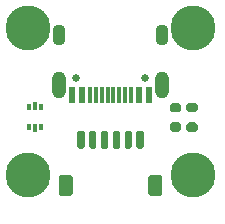
<source format=gbr>
%TF.GenerationSoftware,KiCad,Pcbnew,(5.1.10)-1*%
%TF.CreationDate,2021-06-03T16:35:32+08:00*%
%TF.ProjectId,u1,75312e6b-6963-4616-945f-706362585858,rev?*%
%TF.SameCoordinates,Original*%
%TF.FileFunction,Soldermask,Top*%
%TF.FilePolarity,Negative*%
%FSLAX46Y46*%
G04 Gerber Fmt 4.6, Leading zero omitted, Abs format (unit mm)*
G04 Created by KiCad (PCBNEW (5.1.10)-1) date 2021-06-03 16:35:32*
%MOMM*%
%LPD*%
G01*
G04 APERTURE LIST*
%ADD10R,0.600000X1.450000*%
%ADD11R,0.300000X1.450000*%
%ADD12O,1.200000X2.300000*%
%ADD13C,0.650000*%
%ADD14O,1.100000X1.800000*%
%ADD15C,3.800000*%
%ADD16R,0.375000X0.500000*%
%ADD17R,0.300000X0.650000*%
G04 APERTURE END LIST*
D10*
%TO.C,J1*%
X105750000Y-97745000D03*
X106550000Y-97745000D03*
X111450000Y-97745000D03*
X112250000Y-97745000D03*
X112250000Y-97745000D03*
X111450000Y-97745000D03*
X106550000Y-97745000D03*
X105750000Y-97745000D03*
D11*
X110750000Y-97745000D03*
X110250000Y-97745000D03*
X109750000Y-97745000D03*
X108750000Y-97745000D03*
X108250000Y-97745000D03*
X107750000Y-97745000D03*
X107250000Y-97745000D03*
X109250000Y-97745000D03*
D12*
X104680000Y-96830000D03*
X113320000Y-96830000D03*
D13*
X111890000Y-96300000D03*
D14*
X113320000Y-92650000D03*
D13*
X106110000Y-96300000D03*
D14*
X104680000Y-92650000D03*
%TD*%
D15*
%TO.C,REF\u002A\u002A*%
X116000000Y-104500000D03*
%TD*%
%TO.C,REF\u002A\u002A*%
X102000000Y-104500000D03*
%TD*%
%TO.C,REF\u002A\u002A*%
X116000000Y-92000000D03*
%TD*%
%TO.C,REF\u002A\u002A*%
X102000000Y-92000000D03*
%TD*%
%TO.C,J2*%
G36*
G01*
X106200000Y-102125000D02*
X106200000Y-100875000D01*
G75*
G02*
X106350000Y-100725000I150000J0D01*
G01*
X106650000Y-100725000D01*
G75*
G02*
X106800000Y-100875000I0J-150000D01*
G01*
X106800000Y-102125000D01*
G75*
G02*
X106650000Y-102275000I-150000J0D01*
G01*
X106350000Y-102275000D01*
G75*
G02*
X106200000Y-102125000I0J150000D01*
G01*
G37*
G36*
G01*
X107200000Y-102125000D02*
X107200000Y-100875000D01*
G75*
G02*
X107350000Y-100725000I150000J0D01*
G01*
X107650000Y-100725000D01*
G75*
G02*
X107800000Y-100875000I0J-150000D01*
G01*
X107800000Y-102125000D01*
G75*
G02*
X107650000Y-102275000I-150000J0D01*
G01*
X107350000Y-102275000D01*
G75*
G02*
X107200000Y-102125000I0J150000D01*
G01*
G37*
G36*
G01*
X108200000Y-102125000D02*
X108200000Y-100875000D01*
G75*
G02*
X108350000Y-100725000I150000J0D01*
G01*
X108650000Y-100725000D01*
G75*
G02*
X108800000Y-100875000I0J-150000D01*
G01*
X108800000Y-102125000D01*
G75*
G02*
X108650000Y-102275000I-150000J0D01*
G01*
X108350000Y-102275000D01*
G75*
G02*
X108200000Y-102125000I0J150000D01*
G01*
G37*
G36*
G01*
X109200000Y-102125000D02*
X109200000Y-100875000D01*
G75*
G02*
X109350000Y-100725000I150000J0D01*
G01*
X109650000Y-100725000D01*
G75*
G02*
X109800000Y-100875000I0J-150000D01*
G01*
X109800000Y-102125000D01*
G75*
G02*
X109650000Y-102275000I-150000J0D01*
G01*
X109350000Y-102275000D01*
G75*
G02*
X109200000Y-102125000I0J150000D01*
G01*
G37*
G36*
G01*
X110200000Y-102125000D02*
X110200000Y-100875000D01*
G75*
G02*
X110350000Y-100725000I150000J0D01*
G01*
X110650000Y-100725000D01*
G75*
G02*
X110800000Y-100875000I0J-150000D01*
G01*
X110800000Y-102125000D01*
G75*
G02*
X110650000Y-102275000I-150000J0D01*
G01*
X110350000Y-102275000D01*
G75*
G02*
X110200000Y-102125000I0J150000D01*
G01*
G37*
G36*
G01*
X111200000Y-102125000D02*
X111200000Y-100875000D01*
G75*
G02*
X111350000Y-100725000I150000J0D01*
G01*
X111650000Y-100725000D01*
G75*
G02*
X111800000Y-100875000I0J-150000D01*
G01*
X111800000Y-102125000D01*
G75*
G02*
X111650000Y-102275000I-150000J0D01*
G01*
X111350000Y-102275000D01*
G75*
G02*
X111200000Y-102125000I0J150000D01*
G01*
G37*
G36*
G01*
X104600000Y-106025001D02*
X104600000Y-104724999D01*
G75*
G02*
X104849999Y-104475000I249999J0D01*
G01*
X105550001Y-104475000D01*
G75*
G02*
X105800000Y-104724999I0J-249999D01*
G01*
X105800000Y-106025001D01*
G75*
G02*
X105550001Y-106275000I-249999J0D01*
G01*
X104849999Y-106275000D01*
G75*
G02*
X104600000Y-106025001I0J249999D01*
G01*
G37*
G36*
G01*
X112200000Y-106025001D02*
X112200000Y-104724999D01*
G75*
G02*
X112449999Y-104475000I249999J0D01*
G01*
X113150001Y-104475000D01*
G75*
G02*
X113400000Y-104724999I0J-249999D01*
G01*
X113400000Y-106025001D01*
G75*
G02*
X113150001Y-106275000I-249999J0D01*
G01*
X112449999Y-106275000D01*
G75*
G02*
X112200000Y-106025001I0J249999D01*
G01*
G37*
%TD*%
%TO.C,R1*%
G36*
G01*
X114225000Y-98375000D02*
X114775000Y-98375000D01*
G75*
G02*
X114975000Y-98575000I0J-200000D01*
G01*
X114975000Y-98975000D01*
G75*
G02*
X114775000Y-99175000I-200000J0D01*
G01*
X114225000Y-99175000D01*
G75*
G02*
X114025000Y-98975000I0J200000D01*
G01*
X114025000Y-98575000D01*
G75*
G02*
X114225000Y-98375000I200000J0D01*
G01*
G37*
G36*
G01*
X114225000Y-100025000D02*
X114775000Y-100025000D01*
G75*
G02*
X114975000Y-100225000I0J-200000D01*
G01*
X114975000Y-100625000D01*
G75*
G02*
X114775000Y-100825000I-200000J0D01*
G01*
X114225000Y-100825000D01*
G75*
G02*
X114025000Y-100625000I0J200000D01*
G01*
X114025000Y-100225000D01*
G75*
G02*
X114225000Y-100025000I200000J0D01*
G01*
G37*
%TD*%
%TO.C,R2*%
G36*
G01*
X116175000Y-99175000D02*
X115625000Y-99175000D01*
G75*
G02*
X115425000Y-98975000I0J200000D01*
G01*
X115425000Y-98575000D01*
G75*
G02*
X115625000Y-98375000I200000J0D01*
G01*
X116175000Y-98375000D01*
G75*
G02*
X116375000Y-98575000I0J-200000D01*
G01*
X116375000Y-98975000D01*
G75*
G02*
X116175000Y-99175000I-200000J0D01*
G01*
G37*
G36*
G01*
X116175000Y-100825000D02*
X115625000Y-100825000D01*
G75*
G02*
X115425000Y-100625000I0J200000D01*
G01*
X115425000Y-100225000D01*
G75*
G02*
X115625000Y-100025000I200000J0D01*
G01*
X116175000Y-100025000D01*
G75*
G02*
X116375000Y-100225000I0J-200000D01*
G01*
X116375000Y-100625000D01*
G75*
G02*
X116175000Y-100825000I-200000J0D01*
G01*
G37*
%TD*%
D16*
%TO.C,U1*%
X103137500Y-98750000D03*
X102062500Y-98750000D03*
D17*
X102600000Y-100525000D03*
X102600000Y-98675000D03*
D16*
X102062500Y-100450000D03*
X103137500Y-100450000D03*
%TD*%
M02*

</source>
